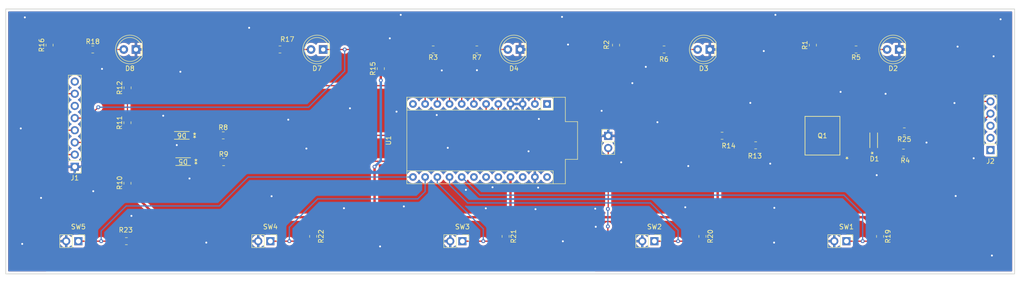
<source format=kicad_pcb>
(kicad_pcb (version 20211014) (generator pcbnew)
  (layers (0 "F.Cu" signal) (31 "B.Cu" signal) (34 "B.Paste" user) (35 "F.Paste" user) (36 "B.SilkS" user "B.Silkscreen") (37 "F.SilkS" user "F.Silkscreen") (38 "B.Mask" user) (39 "F.Mask" user) (44 "Edge.Cuts" user))
  (net 0 "")
  (net 1 "Net-(D1-Pad1)")
  (net 2 "Net-(D1-Pad2)")
  (net 3 "Net-(D2-Pad2)")
  (net 4 "Net-(D3-Pad2)")
  (net 5 "Net-(D4-Pad2)")
  (net 6 "Net-(D5-Pad1)")
  (net 7 "MESA_VCH")
  (net 8 "Net-(D6-Pad1)")
  (net 9 "Arduino_D4")
  (net 10 "Net-(D7-Pad2)")
  (net 11 "Net-(D8-Pad2)")
  (net 13 "Arduino_RX")
  (net 14 "Net-(Q1-Pad6)")
  (net 15 "Arduino_D6")
  (net 16 "Arduino_D7")
  (net 17 "Arduino_D8")
  (net 18 "Net-(J2-Pad4)")
  (net 19 "Arduino_D3")
  (net 20 "Arduino_D2")
  (net 21 "VCC")
  (net 22 "Net-(R11-Pad2)")
  (net 23 "Arduino_D10")
  (net 24 "Arduino_D16")
  (net 25 "Arduino_D14")
  (net 26 "Arduino_D15")
  (net 27 "Arduino_D18")
  (net 35 "Arduino_D5")
  (net 38 "GND")
  (net 39 "Net-(J2-Pad5)")
  (net 41 "+5V")
  (footprint "LED_THT:LED_D5.0mm" (layer "F.Cu") (at 238 59 180)
    (fp_text reference "D2" (at 1.27 -3.96) (layer "F.SilkS"))
    (fp_text value "Green 3.1")
    (pad "1" thru_hole rect (at 0 0 180) (size 1.8 1.8) (drill 0.9) (layers *.Cu *.Mask) (net 38 "GND"))
    (pad "2" thru_hole circle (at 2.54 0 180) (size 1.8 1.8) (drill 0.9) (layers *.Cu *.Mask) (net 3 "Net-(D2-Pad2)"))
  )
  (footprint "Resistor_SMD:R_0805_2012Metric" (layer "F.Cu") (at 130 63 90)
    (fp_text reference "R15" (at 0 -1.65 90) (layer "F.SilkS"))
    (fp_text value "10K")
    (pad "1" smd roundrect (at -0.9125 0 90) (size 1.025 1.4) (layers "F.Cu" "F.Paste" "F.Mask") (roundrect_rratio 0.243902) (net 21 "VCC"))
    (pad "2" smd roundrect (at 0.9125 0 90) (size 1.025 1.4) (layers "F.Cu" "F.Paste" "F.Mask") (roundrect_rratio 0.243902) (net 16 "Arduino_D7"))
  )
  (footprint "Resistor_SMD:R_0805_2012Metric" (layer "F.Cu") (at 61 58.0875 90)
    (fp_text reference "R16" (at 0 -1.65 90) (layer "F.SilkS"))
    (fp_text value "10K")
    (pad "1" smd roundrect (at -0.9125 0 90) (size 1.025 1.4) (layers "F.Cu" "F.Paste" "F.Mask") (roundrect_rratio 0.243902) (net 17 "Arduino_D8"))
    (pad "2" smd roundrect (at 0.9125 0 90) (size 1.025 1.4) (layers "F.Cu" "F.Paste" "F.Mask") (roundrect_rratio 0.243902) (net 38 "GND"))
  )
  (footprint "1N4148W-13-L:SOD123_DIO" (layer "F.Cu") (at 232.675 77.95 90)
    (fp_text reference "D1" (at -3.875 0.15 unlocked) (layer "F.SilkS"))
    (fp_text value "1N4148")
    (fp_text user "*" (at -2.6616 0 90) (layer "F.SilkS"))
    (pad "1" smd rect (at -1.725 0 90) (size 1.1112 0.6008) (layers "F.Cu" "F.Paste" "F.Mask") (net 1 "Net-(D1-Pad1)"))
    (pad "2" smd rect (at 1.725 0 90) (size 1.1112 0.6008) (layers "F.Cu" "F.Paste" "F.Mask") (net 2 "Net-(D1-Pad2)"))
  )
  (footprint "Resistor_SMD:R_0805_2012Metric" (layer "F.Cu") (at 179 58.0875 90)
    (fp_text reference "R2" (at 0.0625 -1.975 90) (layer "F.SilkS"))
    (fp_text value "10K")
    (pad "1" smd roundrect (at -0.9125 0 90) (size 1.025 1.4) (layers "F.Cu" "F.Paste" "F.Mask") (roundrect_rratio 0.243902) (net 35 "Arduino_D5"))
    (pad "2" smd roundrect (at 0.9125 0 90) (size 1.025 1.4) (layers "F.Cu" "F.Paste" "F.Mask") (roundrect_rratio 0.243902) (net 38 "GND"))
  )
  (footprint "1N4148W-13-L:SOD123_DIO" (layer "F.Cu") (at 88.55 76.925 180)
    (fp_text reference "D6" (at 0 0 180 unlocked) (layer "F.SilkS"))
    (fp_text value "1N4148")
    (fp_text user "*" (at -2.6616 0) (layer "F.SilkS"))
    (fp_text user "*" (at -2.6616 0 180 unlocked) (layer "F.SilkS"))
    (pad "1" smd rect (at -1.725 0 180) (size 1.1112 0.6008) (layers "F.Cu" "F.Paste" "F.Mask") (net 8 "Net-(D6-Pad1)"))
    (pad "2" smd rect (at 1.725 0 180) (size 1.1112 0.6008) (layers "F.Cu" "F.Paste" "F.Mask") (net 7 "MESA_VCH"))
  )
  (footprint "LED_THT:LED_D5.0mm" (layer "F.Cu") (at 118 59 180)
    (fp_text reference "D7" (at 1.27 -3.96) (layer "F.SilkS"))
    (fp_text value "Purple 3.2")
    (pad "1" thru_hole rect (at 0 0 180) (size 1.8 1.8) (drill 0.9) (layers *.Cu *.Mask) (net 16 "Arduino_D7"))
    (pad "2" thru_hole circle (at 2.54 0 180) (size 1.8 1.8) (drill 0.9) (layers *.Cu *.Mask) (net 10 "Net-(D7-Pad2)"))
  )
  (footprint "Resistor_SMD:R_0805_2012Metric" (layer "F.Cu") (at 220 58.0875 90)
    (fp_text reference "R1" (at 0 -1.65 90) (layer "F.SilkS"))
    (fp_text value "10K")
    (pad "1" smd roundrect (at -0.9125 0 90) (size 1.025 1.4) (layers "F.Cu" "F.Paste" "F.Mask") (roundrect_rratio 0.243902) (net 9 "Arduino_D4"))
    (pad "2" smd roundrect (at 0.9125 0 90) (size 1.025 1.4) (layers "F.Cu" "F.Paste" "F.Mask") (roundrect_rratio 0.243902) (net 38 "GND"))
  )
  (footprint "Connector_PinHeader_2.54mm:PinHeader_1x05_P2.54mm_Vertical" (layer "F.Cu") (at 257 80 180)
    (fp_text reference "J2" (at 0 -2.33 180) (layer "F.SilkS"))
    (fp_text value "DIN-5_180degree")
    (pad "1" thru_hole rect locked (at 0 0 180) (size 1.7 1.7) (drill 1) (layers *.Cu *.Mask))
    (pad "2" thru_hole oval locked (at 0 2.54 180) (size 1.7 1.7) (drill 1) (layers *.Cu *.Mask))
    (pad "3" thru_hole oval locked (at 0 5.08 180) (size 1.7 1.7) (drill 1) (layers *.Cu *.Mask))
    (pad "4" thru_hole oval locked (at 0 7.62 180) (size 1.7 1.7) (drill 1) (layers *.Cu *.Mask) (net 18 "Net-(J2-Pad4)"))
    (pad "5" thru_hole oval locked (at 0 10.16 180) (size 1.7 1.7) (drill 1) (layers *.Cu *.Mask) (net 39 "Net-(J2-Pad5)"))
  )
  (footprint "Resistor_SMD:R_0805_2012Metric" (layer "F.Cu") (at 208.0875 79)
    (fp_text reference "R13" (at -0.1625 2.225) (layer "F.SilkS"))
    (fp_text value "100K")
    (pad "1" smd roundrect (at -0.9125 0) (size 1.025 1.4) (layers "F.Cu" "F.Paste" "F.Mask") (roundrect_rratio 0.243902) (net 38 "GND"))
    (pad "2" smd roundrect (at 0.9125 0) (size 1.025 1.4) (layers "F.Cu" "F.Paste" "F.Mask") (roundrect_rratio 0.243902) (net 14 "Net-(Q1-Pad6)"))
  )
  (footprint "Resistor_SMD:R_0805_2012Metric" (layer "F.Cu") (at 109 59)
    (fp_text reference "R17" (at 1.525 -2.125) (layer "F.SilkS"))
    (fp_text value "R220")
    (pad "1" smd roundrect (at -0.9125 0) (size 1.025 1.4) (layers "F.Cu" "F.Paste" "F.Mask") (roundrect_rratio 0.243902) (net 21 "VCC"))
    (pad "2" smd roundrect (at 0.9125 0) (size 1.025 1.4) (layers "F.Cu" "F.Paste" "F.Mask") (roundrect_rratio 0.243902) (net 10 "Net-(D7-Pad2)"))
  )
  (footprint "Resistor_SMD:R_0805_2012Metric" (layer "F.Cu") (at 239.05 76.1 180)
    (fp_text reference "R25" (at 0 -1.65) (layer "F.SilkS"))
    (fp_text value "0R")
    (pad "1" smd roundrect locked (at -0.9125 0 180) (size 1.025 1.4) (layers "F.Cu" "F.Paste" "F.Mask") (roundrect_rratio 0.243902) (net 39 "Net-(J2-Pad5)"))
    (pad "2" smd roundrect locked (at 0.9125 0 180) (size 1.025 1.4) (layers "F.Cu" "F.Paste" "F.Mask") (roundrect_rratio 0.243902) (net 2 "Net-(D1-Pad2)"))
  )
  (footprint "Resistor_SMD:R_0805_2012Metric" (layer "F.Cu") (at 140.9125 59 180)
    (fp_text reference "R3" (at 0 -1.65) (layer "F.SilkS"))
    (fp_text value "10K")
    (pad "1" smd roundrect (at -0.9125 0 180) (size 1.025 1.4) (layers "F.Cu" "F.Paste" "F.Mask") (roundrect_rratio 0.243902) (net 15 "Arduino_D6"))
    (pad "2" smd roundrect (at 0.9125 0 180) (size 1.025 1.4) (layers "F.Cu" "F.Paste" "F.Mask") (roundrect_rratio 0.243902) (net 38 "GND"))
  )
  (footprint "Resistor_SMD:R_0805_2012Metric" (layer "F.Cu") (at 156 98 -90)
    (fp_text reference "R21" (at 0 -1.65 90) (layer "F.SilkS"))
    (fp_text value "10K")
    (pad "1" smd roundrect (at -0.9125 0 270) (size 1.025 1.4) (layers "F.Cu" "F.Paste" "F.Mask") (roundrect_rratio 0.243902) (net 21 "VCC"))
    (pad "2" smd roundrect (at 0.9125 0 270) (size 1.025 1.4) (layers "F.Cu" "F.Paste" "F.Mask") (roundrect_rratio 0.243902) (net 25 "Arduino_D14"))
  )
  (footprint "Resistor_SMD:R_0805_2012Metric" (layer "F.Cu") (at 77 99 180)
    (fp_text reference "R23" (at 0.125 2.325) (layer "F.SilkS"))
    (fp_text value "10K")
    (pad "1" smd roundrect (at -0.9125 0 180) (size 1.025 1.4) (layers "F.Cu" "F.Paste" "F.Mask") (roundrect_rratio 0.243902) (net 21 "VCC"))
    (pad "2" smd roundrect (at 0.9125 0 180) (size 1.025 1.4) (layers "F.Cu" "F.Paste" "F.Mask") (roundrect_rratio 0.243902) (net 23 "Arduino_D10"))
  )
  (footprint "Arduino:Sparkfun_Pro_Micro" (layer "F.Cu") (at 136.695 85.615 90)
    (fp_text reference "U1" (at 7.62 -5.08 90) (layer "F.SilkS"))
    (fp_text value "Sparkfun_Pro_Micro")
    (pad "1" thru_hole rect locked (at 15.24 27.94 90) (size 1.6 1.6) (drill 0.8) (layers *.Cu *.Mask))
    (pad "2" thru_hole oval locked (at 15.24 25.4 90) (size 1.6 1.6) (drill 0.8) (layers *.Cu *.Mask) (net 13 "Arduino_RX"))
    (pad "3" thru_hole oval locked (at 15.24 22.86 90) (size 1.6 1.6) (drill 0.8) (layers *.Cu *.Mask) (net 38 "GND"))
    (pad "4" thru_hole oval locked (at 15.24 20.32 90) (size 1.6 1.6) (drill 0.8) (layers *.Cu *.Mask) (net 38 "GND"))
    (pad "5" thru_hole oval locked (at 15.24 17.78 90) (size 1.6 1.6) (drill 0.8) (layers *.Cu *.Mask) (net 20 "Arduino_D2"))
    (pad "6" thru_hole oval locked (at 15.24 15.24 90) (size 1.6 1.6) (drill 0.8) (layers *.Cu *.Mask) (net 19 "Arduino_D3"))
    (pad "7" thru_hole oval locked (at 15.24 12.7 90) (size 1.6 1.6) (drill 0.8) (layers *.Cu *.Mask) (net 9 "Arduino_D4"))
    (pad "8" thru_hole oval locked (at 15.24 10.16 90) (size 1.6 1.6) (drill 0.8) (layers *.Cu *.Mask) (net 35 "Arduino_D5"))
    (pad "9" thru_hole oval locked (at 15.24 7.62 90) (size 1.6 1.6) (drill 0.8) (layers *.Cu *.Mask) (net 15 "Arduino_D6"))
    (pad "10" thru_hole oval locked (at 15.24 5.08 90) (size 1.6 1.6) (drill 0.8) (layers *.Cu *.Mask) (net 16 "Arduino_D7"))
    (pad "11" thru_hole oval locked (at 15.24 2.54 90) (size 1.6 1.6) (drill 0.8) (layers *.Cu *.Mask) (net 17 "Arduino_D8"))
    (pad "12" thru_hole oval locked (at 15.24 0 90) (size 1.6 1.6) (drill 0.8) (layers *.Cu *.Mask))
    (pad "13" thru_hole oval locked (at 0 0 90) (size 1.6 1.6) (drill 0.8) (layers *.Cu *.Mask) (net 23 "Arduino_D10"))
    (pad "14" thru_hole oval locked (at 0 2.54 90) (size 1.6 1.6) (drill 0.8) (layers *.Cu *.Mask) (net 24 "Arduino_D16"))
    (pad "15" thru_hole oval locked (at 0 5.08 90) (size 1.6 1.6) (drill 0.8) (layers *.Cu *.Mask) (net 25 "Arduino_D14"))
    (pad "16" thru_hole oval locked (at 0 7.62 90) (size 1.6 1.6) (drill 0.8) (layers *.Cu *.Mask) (net 26 "Arduino_D15"))
    (pad "17" thru_hole oval locked (at 0 10.16 90) (size 1.6 1.6) (drill 0.8) (layers *.Cu *.Mask) (net 27 "Arduino_D18"))
    (pad "18" thru_hole oval locked (at 0 12.7 90) (size 1.6 1.6) (drill 0.8) (layers *.Cu *.Mask))
    (pad "19" thru_hole oval locked (at 0 15.24 90) (size 1.6 1.6) (drill 0.8) (layers *.Cu *.Mask))
    (pad "20" thru_hole oval locked (at 0 17.78 90) (size 1.6 1.6) (drill 0.8) (layers *.Cu *.Mask))
    (pad "21" thru_hole oval locked (at 0 20.32 90) (size 1.6 1.6) (drill 0.8) (layers *.Cu *.Mask) (net 21 "VCC"))
    (pad "22" thru_hole oval locked (at 0 22.86 90) (size 1.6 1.6) (drill 0.8) (layers *.Cu *.Mask))
    (pad "23" thru_hole oval locked (at 0 25.4 90) (size 1.6 1.6) (drill 0.8) (layers *.Cu *.Mask) (net 38 "GND"))
    (pad "24" thru_hole oval locked (at 0 27.94 90) (size 1.6 1.6) (drill 0.8) (layers *.Cu *.Mask))
  )
  (footprint "Resistor_SMD:R_0805_2012Metric" (layer "F.Cu") (at 77.225 86.9125 90)
    (fp_text reference "R10" (at 0.0875 -1.625 -90) (layer "F.SilkS"))
    (fp_text value "10K")
    (pad "1" smd roundrect (at -0.9125 0 90) (size 1.025 1.4) (layers "F.Cu" "F.Paste" "F.Mask") (roundrect_rratio 0.243902) (net 21 "VCC"))
    (pad "2" smd roundrect (at 0.9125 0 90) (size 1.025 1.4) (layers "F.Cu" "F.Paste" "F.Mask") (roundrect_rratio 0.243902) (net 7 "MESA_VCH"))
  )
  (footprint "Connector_PinHeader_2.54mm:PinHeader_1x02_P2.54mm_Vertical" (layer "F.Cu") (at 147 99 -90)
    (fp_text reference "SW3" (at -3 0) (layer "F.SilkS"))
    (fp_text value "SW_Push")
    (pad "1" thru_hole rect (at 0 0 270) (size 1.7 1.7) (drill 1) (layers *.Cu *.Mask) (net 25 "Arduino_D14"))
    (pad "2" thru_hole oval (at 0 2.54 270) (size 1.7 1.7) (drill 1) (layers *.Cu *.Mask) (net 38 "GND"))
  )
  (footprint "LED_THT:LED_D5.0mm" (layer "F.Cu") (at 79 59 180)
    (fp_text reference "D8" (at 1.27 -3.96) (layer "F.SilkS"))
    (fp_text value "Blue 2.1")
    (pad "1" thru_hole rect (at 0 0 180) (size 1.8 1.8) (drill 0.9) (layers *.Cu *.Mask) (net 38 "GND"))
    (pad "2" thru_hole circle (at 2.54 0 180) (size 1.8 1.8) (drill 0.9) (layers *.Cu *.Mask) (net 11 "Net-(D8-Pad2)"))
  )
  (footprint "Resistor_SMD:R_0805_2012Metric" (layer "F.Cu") (at 97.2625 82.5)
    (fp_text reference "R9" (at 0 -1.65) (layer "F.SilkS"))
    (fp_text value "4K7")
    (pad "1" smd roundrect (at -0.9125 0) (size 1.025 1.4) (layers "F.Cu" "F.Paste" "F.Mask") (roundrect_rratio 0.243902) (net 6 "Net-(D5-Pad1)"))
    (pad "2" smd roundrect (at 0.9125 0) (size 1.025 1.4) (layers "F.Cu" "F.Paste" "F.Mask") (roundrect_rratio 0.243902) (net 20 "Arduino_D2"))
  )
  (footprint "Connector_PinHeader_2.54mm:PinHeader_1x02_P2.54mm_Vertical" (layer "F.Cu") (at 227 99 -90)
    (fp_text reference "SW1" (at -3 0) (layer "F.SilkS"))
    (fp_text value "SW_Push")
    (pad "1" thru_hole rect (at 0 0 270) (size 1.7 1.7) (drill 1) (layers *.Cu *.Mask) (net 27 "Arduino_D18"))
    (pad "2" thru_hole oval (at 0 2.54 270) (size 1.7 1.7) (drill 1) (layers *.Cu *.Mask) (net 38 "GND"))
  )
  (footprint "Connector_PinHeader_2.54mm:PinHeader_1x02_P2.54mm_Vertical" (layer "F.Cu") (at 187 99 -90)
    (fp_text reference "SW2" (at -3 0) (layer "F.SilkS"))
    (fp_text value "SW_Push")
    (pad "1" thru_hole rect (at 0 0 270) (size 1.7 1.7) (drill 1) (layers *.Cu *.Mask) (net 26 "Arduino_D15"))
    (pad "2" thru_hole oval (at 0 2.54 270) (size 1.7 1.7) (drill 1) (layers *.Cu *.Mask) (net 38 "GND"))
  )
  (footprint "LED_THT:LED_D5.0mm" (layer "F.Cu") (at 159 59 180)
    (fp_text reference "D4" (at 1.27 -3.96) (layer "F.SilkS"))
    (fp_text value "Red 2.1")
    (pad "1" thru_hole rect (at 0 0 180) (size 1.8 1.8) (drill 0.9) (layers *.Cu *.Mask) (net 38 "GND"))
    (pad "2" thru_hole circle (at 2.54 0 180) (size 1.8 1.8) (drill 0.9) (layers *.Cu *.Mask) (net 5 "Net-(D4-Pad2)"))
  )
  (footprint "Resistor_SMD:R_0805_2012Metric" (layer "F.Cu") (at 150 59 180)
    (fp_text reference "R7" (at 0 -1.65) (layer "F.SilkS"))
    (fp_text value "R220")
    (pad "1" smd roundrect (at -0.9125 0 180) (size 1.025 1.4) (layers "F.Cu" "F.Paste" "F.Mask") (roundrect_rratio 0.243902) (net 5 "Net-(D4-Pad2)"))
    (pad "2" smd roundrect (at 0.9125 0 180) (size 1.025 1.4) (layers "F.Cu" "F.Paste" "F.Mask") (roundrect_rratio 0.243902) (net 15 "Arduino_D6"))
  )
  (footprint "LED_THT:LED_D5.0mm" (layer "F.Cu") (at 198.54 59 180)
    (fp_text reference "D3" (at 1.27 -3.96) (layer "F.SilkS"))
    (fp_text value "Orange 2.1")
    (pad "1" thru_hole rect (at 0 0 180) (size 1.8 1.8) (drill 0.9) (layers *.Cu *.Mask) (net 38 "GND"))
    (pad "2" thru_hole circle (at 2.54 0 180) (size 1.8 1.8) (drill 0.9) (layers *.Cu *.Mask) (net 4 "Net-(D3-Pad2)"))
  )
  (footprint "Resistor_SMD:R_0805_2012Metric" (layer "F.Cu") (at 97.175 76.925)
    (fp_text reference "R8" (at 0 -1.65) (layer "F.SilkS"))
    (fp_text value "R470")
    (pad "1" smd roundrect (at -0.9125 0) (size 1.025 1.4) (layers "F.Cu" "F.Paste" "F.Mask") (roundrect_rratio 0.243902) (net 8 "Net-(D6-Pad1)"))
    (pad "2" smd roundrect (at 0.9125 0) (size 1.025 1.4) (layers "F.Cu" "F.Paste" "F.Mask") (roundrect_rratio 0.243902) (net 19 "Arduino_D3"))
  )
  (footprint "1N4148W-13-L:SOD123_DIO" (layer "F.Cu") (at 88.825 82.4 180)
    (fp_text reference "D5" (at 0 0 180 unlocked) (layer "F.SilkS"))
    (fp_text value "1N4148")
    (fp_text user "*" (at -2.6616 0 180 unlocked) (layer "F.SilkS"))
    (fp_text user "*" (at -2.6616 0) (layer "F.SilkS"))
    (pad "1" smd rect (at -1.725 0 180) (size 1.1112 0.6008) (layers "F.Cu" "F.Paste" "F.Mask") (net 6 "Net-(D5-Pad1)"))
    (pad "2" smd rect (at 1.725 0 180) (size 1.1112 0.6008) (layers "F.Cu" "F.Paste" "F.Mask") (net 7 "MESA_VCH"))
  )
  (footprint "Resistor_SMD:R_0805_2012Metric" (layer "F.Cu") (at 229 59 180)
    (fp_text reference "R5" (at 0 -1.65) (layer "F.SilkS"))
    (fp_text value "R220")
    (pad "1" smd roundrect (at -0.9125 0 180) (size 1.025 1.4) (layers "F.Cu" "F.Paste" "F.Mask") (roundrect_rratio 0.243902) (net 3 "Net-(D2-Pad2)"))
    (pad "2" smd roundrect (at 0.9125 0 180) (size 1.025 1.4) (layers "F.Cu" "F.Paste" "F.Mask") (roundrect_rratio 0.243902) (net 9 "Arduino_D4"))
  )
  (footprint "Resistor_SMD:R_0805_2012Metric" (layer "F.Cu") (at 238.875 80.525)
    (fp_text reference "R4" (at 0.375 1.65 -180) (layer "F.SilkS"))
    (fp_text value "R220")
    (pad "1" smd roundrect (at -0.9125 0) (size 1.025 1.4) (layers "F.Cu" "F.Paste" "F.Mask") (roundrect_rratio 0.243902) (net 1 "Net-(D1-Pad1)"))
    (pad "2" smd roundrect (at 0.9125 0) (size 1.025 1.4) (layers "F.Cu" "F.Paste" "F.Mask") (roundrect_rratio 0.243902) (net 18 "Net-(J2-Pad4)"))
  )
  (footprint "4n25-x007t:X007_VIS" (layer "F.Cu") (at 222 77 180)
    (fp_text reference "Q1" (at 0 0 unlocked) (layer "F.SilkS"))
    (fp_text value "4N25-X007T")
    (fp_text user "*" (at -5.1054 -4.3434 180 unlocked) (layer "F.SilkS"))
    (pad "1" smd rect (at -4.8514 -2.54 180) (size 1.3208 0.6604) (layers "F.Cu" "F.Paste" "F.Mask") (net 1 "Net-(D1-Pad1)"))
    (pad "2" smd rect (at -4.8514 0 180) (size 1.3208 0.6604) (layers "F.Cu" "F.Paste" "F.Mask") (net 2 "Net-(D1-Pad2)"))
    (pad "3" smd rect (at -4.8514 2.54 180) (size 1.3208 0.6604) (layers "F.Cu" "F.Paste" "F.Mask"))
    (pad "4" smd rect (at 4.8514 2.54 180) (size 1.3208 0.6604) (layers "F.Cu" "F.Paste" "F.Mask") (net 38 "GND"))
    (pad "5" smd rect (at 4.8514 0 180) (size 1.3208 0.6604) (layers "F.Cu" "F.Paste" "F.Mask") (net 13 "Arduino_RX"))
    (pad "6" smd rect (at 4.8514 -2.54 180) (size 1.3208 0.6604) (layers "F.Cu" "F.Paste" "F.Mask") (net 14 "Net-(Q1-Pad6)"))
  )
  (footprint "Resistor_SMD:R_0805_2012Metric" (layer "F.Cu") (at 234 98 -90)
    (fp_text reference "R19" (at 0 -1.65 90) (layer "F.SilkS"))
    (fp_text value "10K")
    (pad "1" smd roundrect (at -0.9125 0 270) (size 1.025 1.4) (layers "F.Cu" "F.Paste" "F.Mask") (roundrect_rratio 0.243902) (net 21 "VCC"))
    (pad "2" smd roundrect (at 0.9125 0 270) (size 1.025 1.4) (layers "F.Cu" "F.Paste" "F.Mask") (roundrect_rratio 0.243902) (net 27 "Arduino_D18"))
  )
  (footprint "Resistor_SMD:R_0805_2012Metric" (layer "F.Cu") (at 77.225 74.2875 90)
    (fp_text reference "R11" (at 0 -1.65 90) (layer "F.SilkS"))
    (fp_text value "3K3")
    (pad "1" smd roundrect (at -0.9125 0 90) (size 1.025 1.4) (layers "F.Cu" "F.Paste" "F.Mask") (roundrect_rratio 0.243902) (net 7 "MESA_VCH"))
    (pad "2" smd roundrect (at 0.9125 0 90) (size 1.025 1.4) (layers "F.Cu" "F.Paste" "F.Mask") (roundrect_rratio 0.243902) (net 22 "Net-(R11-Pad2)"))
  )
  (footprint "Resistor_SMD:R_0805_2012Metric" (layer "F.Cu") (at 197 98 -90)
    (fp_text reference "R20" (at 0 -1.65 90) (layer "F.SilkS"))
    (fp_text value "10K")
    (pad "1" smd roundrect (at -0.9125 0 270) (size 1.025 1.4) (layers "F.Cu" "F.Paste" "F.Mask") (roundrect_rratio 0.243902) (net 21 "VCC"))
    (pad "2" smd roundrect (at 0.9125 0 270) (size 1.025 1.4) (layers "F.Cu" "F.Paste" "F.Mask") (roundrect_rratio 0.243902) (net 26 "Arduino_D15"))
  )
  (footprint "Connector_PinHeader_2.54mm:PinHeader_1x02_P2.54mm_Vertical" (layer "F.Cu") (at 177.375 77.025)
    (fp_text reference "PWR")
    (fp_text value "USB PWR")
    (pad "1" thru_hole rect (at 0 0) (size 1.7 1.7) (drill 1) (layers *.Cu *.Mask) (net 26 "Arduino_D15"))
    (pad "2" thru_hole oval (at 0 2.54) (size 1.7 1.7) (drill 1) (layers *.Cu *.Mask) (net 38 "GND"))
  )
  (footprint "Resistor_SMD:R_0805_2012Metric" (layer "F.Cu") (at 115.9125 98 -90)
    (fp_text reference "R22" (at 0 -1.65 90) (layer "F.SilkS"))
    (fp_text value "10K")
    (pad "1" smd roundrect (at -0.9125 0 270) (size 1.025 1.4) (layers "F.Cu" "F.Paste" "F.Mask") (roundrect_rratio 0.243902) (net 21 "VCC"))
    (pad "2" smd roundrect (at 0.9125 0 270) (size 1.025 1.4) (layers "F.Cu" "F.Paste" "F.Mask") (roundrect_rratio 0.243902) (net 24 "Arduino_D16"))
  )
  (footprint "Resistor_SMD:R_0805_2012Metric" (layer "F.Cu") (at 70 59)
    (fp_text reference "R18" (at 0 -1.65) (layer "F.SilkS"))
    (fp_text value "R220")
    (pad "1" smd roundrect (at -0.9125 0) (size 1.025 1.4) (layers "F.Cu" "F.Paste" "F.Mask") (roundrect_rratio 0.243902) (net 17 "Arduino_D8"))
    (pad "2" smd roundrect (at 0.9125 0) (size 1.025 1.4) (layers "F.Cu" "F.Paste" "F.Mask") (roundrect_rratio 0.243902) (net 11 "Net-(D8-Pad2)"))
  )
  (footprint "Connector_PinHeader_2.54mm:PinHeader_1x02_P2.54mm_Vertical" (layer "F.Cu") (at 107 99 -90)
    (fp_text reference "SW4" (at -3 0) (layer "F.SilkS"))
    (fp_text value "SW_Push")
    (pad "1" thru_hole rect (at 0 0 270) (size 1.7 1.7) (drill 1) (layers *.Cu *.Mask) (net 24 "Arduino_D16"))
    (pad "2" thru_hole oval (at 0 2.54 270) (size 1.7 1.7) (drill 1) (layers *.Cu *.Mask) (net 38 "GND"))
  )
  (footprint "Connector_PinHeader_2.54mm:PinHeader_1x02_P2.54mm_Vertical" (layer "F.Cu") (at 67 99 -90)
    (fp_text reference "SW5" (at -3 0) (layer "F.SilkS"))
    (fp_text value "SW_Push")
    (pad "1" thru_hole rect (at 0 0 270) (size 1.7 1.7) (drill 1) (layers *.Cu *.Mask) (net 23 "Arduino_D10"))
    (pad "2" thru_hole oval (at 0 2.54 270) (size 1.7 1.7) (drill 1) (layers *.Cu *.Mask) (net 38 "GND"))
  )
  (footprint "Resistor_SMD:R_0805_2012Metric" (layer "F.Cu") (at 189 59 180)
    (fp_text reference "R6" (at 0.025 -2.05) (layer "F.SilkS"))
    (fp_text value "R220")
    (pad "1" smd roundrect (at -0.9125 0 180) (size 1.025 1.4) (layers "F.Cu" "F.Paste" "F.Mask") (roundrect_rratio 0.243902) (net 4 "Net-(D3-Pad2)"))
    (pad "2" smd roundrect (at 0.9125 0 180) (size 1.025 1.4) (layers "F.Cu" "F.Paste" "F.Mask") (roundrect_rratio 0.243902) (net 35 "Arduino_D5"))
  )
  (footprint "Resistor_SMD:R_0805_2012Metric" (layer "F.Cu") (at 77.25 67 90)
    (fp_text reference "R12" (at 0 -1.65 90) (layer "F.SilkS"))
    (fp_text value "5K23")
    (pad "1" smd roundrect (at -0.9125 0 90) (size 1.025 1.4) (layers "F.Cu" "F.Paste" "F.Mask") (roundrect_rratio 0.243902) (net 22 "Net-(R11-Pad2)"))
    (pad "2" smd roundrect (at 0.9125 0 90) (size 1.025 1.4) (layers "F.Cu" "F.Paste" "F.Mask") (roundrect_rratio 0.243902) (net 38 "GND"))
  )
  (footprint "Resistor_SMD:R_0805_2012Metric" (layer "F.Cu") (at 201.0875 77)
    (fp_text reference "R14" (at 1.3625 2.1) (layer "F.SilkS"))
    (fp_text value "3K3")
    (pad "1" smd roundrect (at -0.9125 0) (size 1.025 1.4) (layers "F.Cu" "F.Paste" "F.Mask") (roundrect_rratio 0.243902) (net 21 "VCC"))
    (pad "2" smd roundrect (at 0.9125 0) (size 1.025 1.4) (layers "F.Cu" "F.Paste" "F.Mask") (roundrect_rratio 0.243902) (net 13 "Arduino_RX"))
  )
  (footprint "Connector_PinHeader_2.54mm:PinHeader_1x08_P2.54mm_Vertical" (layer "F.Cu") (at 66.25 83.475 180)
    (fp_text reference "J1" (at 0 -2.33 180) (layer "F.SilkS"))
    (fp_text value "DIN-8")
    (pad "1" thru_hole rect locked (at 0 0 180) (size 1.7 1.7) (drill 1) (layers *.Cu *.Mask) (net 38 "GND"))
    (pad "2" thru_hole oval locked (at 0 2.54 180) (size 1.7 1.7) (drill 1) (layers *.Cu *.Mask) (net 41 "+5V"))
    (pad "3" thru_hole oval locked (at 0 5.08 180) (size 1.7 1.7) (drill 1) (layers *.Cu *.Mask) (net 7 "MESA_VCH"))
    (pad "4" thru_hole oval locked (at 0 7.62 180) (size 1.7 1.7) (drill 1) (layers *.Cu *.Mask) (net 17 "Arduino_D8"))
    (pad "5" thru_hole oval locked (at 0 10.16 180) (size 1.7 1.7) (drill 1) (layers *.Cu *.Mask) (net 16 "Arduino_D7"))
    (pad "6" thru_hole oval locked (at 0 12.7 180) (size 1.7 1.7) (drill 1) (layers *.Cu *.Mask))
    (pad "7" thru_hole oval locked (at 0 15.24 180) (size 1.7 1.7) (drill 1) (layers *.Cu *.Mask) (net 17 "Arduino_D8"))
    (pad "8" thru_hole oval locked (at 0 17.78 180) (size 1.7 1.7) (drill 1) (layers *.Cu *.Mask))
  )
  (gr_rect (start 262.025 105.825) (end 51.875 50.55) (layer "Edge.Cuts") (width 0.15) (fill none))
  (segment (start 226.8514 79.54) (end 232.54 79.54) (width 0.25) (layer "F.Cu") (net 1))
  (segment (start 232.54 79.54) (end 232.675 79.675) (width 0.25) (layer "F.Cu") (net 1))
  (segment (start 237.1125 79.675) (end 232.675 79.675) (width 0.25) (layer "F.Cu") (net 1))
  (segment (start 237.9625 80.525) (end 237.1125 79.675) (width 0.25) (layer "F.Cu") (net 1))
  (segment (start 227.6264 76.225) (end 232.675 76.225) (width 0.25) (layer "F.Cu") (net 2))
  (segment (start 238.0125 76.225) (end 232.675 76.225) (width 0.25) (layer "F.Cu") (net 2))
  (segment (start 238.1375 76.1) (end 238.0125 76.225) (width 0.25) (layer "F.Cu") (net 2))
  (segment (start 226.8514 77) (end 227.6264 76.225) (width 0.25) (layer "F.Cu") (net 2))
  (segment (start 229.9125 59) (end 235.46 59) (width 0.25) (layer "F.Cu") (net 3))
  (segment (start 196 59) (end 189.9125 59) (width 0.25) (layer "F.Cu") (net 4))
  (segment (start 156.46 59) (end 150.9125 59) (width 0.25) (layer "F.Cu") (net 5))
  (segment (start 90.55 82.4) (end 96.25 82.4) (width 0.25) (layer "F.Cu") (net 6))
  (segment (start 96.25 82.4) (end 96.35 82.5) (width 0.25) (layer "F.Cu") (net 6))
  (segment (start 76.32 78.395) (end 77.225 79.3) (width 0.25) (layer "F.Cu") (net 7))
  (segment (start 77.225 86) (end 77.225 83.275) (width 0.25) (layer "F.Cu") (net 7))
  (segment (start 77.15 83.475) (end 77.225 83.55) (width 0.25) (layer "F.Cu") (net 7))
  (segment (start 77.225 83.275) (end 77.225 79.65) (width 0.25) (layer "F.Cu") (net 7))
  (segment (start 84.2 82.4) (end 87.1 82.4) (width 0.25) (layer "F.Cu") (net 7))
  (segment (start 77.225 79.65) (end 77.225 79.3) (width 0.25) (layer "F.Cu") (net 7))
  (segment (start 83.475 76.925) (end 81.1 79.3) (width 0.25) (layer "F.Cu") (net 7))
  (segment (start 77.225 83.55) (end 77.225 83.275) (width 0.25) (layer "F.Cu") (net 7))
  (segment (start 77.225 79.3) (end 77.225 75.2) (width 0.25) (layer "F.Cu") (net 7))
  (segment (start 66.25 78.395) (end 76.32 78.395) (width 0.25) (layer "F.Cu") (net 7))
  (segment (start 77.225 79.3) (end 81.1 79.3) (width 0.25) (layer "F.Cu") (net 7))
  (segment (start 86.825 76.925) (end 83.475 76.925) (width 0.25) (layer "F.Cu") (net 7))
  (segment (start 81.1 79.3) (end 84.2 82.4) (width 0.25) (layer "F.Cu") (net 7))
  (segment (start 90.275 76.925) (end 96.2625 76.925) (width 0.25) (layer "F.Cu") (net 8))
  (segment (start 159.5 67.9) (end 150.25 67.9) (width 0.25) (layer "F.Cu") (net 9))
  (segment (start 149.395 68.755) (end 149.395 70.375) (width 0.25) (layer "F.Cu") (net 9))
  (segment (start 223.7 59) (end 220 59) (width 0.25) (layer "F.Cu") (net 9))
  (segment (start 150.25 67.9) (end 149.395 68.755) (width 0.25) (layer "F.Cu") (net 9))
  (segment (start 220.475 65.075) (end 162.325 65.075) (width 0.25) (layer "F.Cu") (net 9))
  (segment (start 228.0875 59) (end 223.7 59) (width 0.25) (layer "F.Cu") (net 9))
  (segment (start 162.325 65.075) (end 159.5 67.9) (width 0.25) (layer "F.Cu") (net 9))
  (segment (start 223.7 59) (end 223.7 61.85) (width 0.25) (layer "F.Cu") (net 9))
  (segment (start 223.7 61.85) (end 220.475 65.075) (width 0.25) (layer "F.Cu") (net 9))
  (segment (start 115.46 59) (end 109.9125 59) (width 0.25) (layer "F.Cu") (net 10))
  (segment (start 76.46 59) (end 70.9125 59) (width 0.25) (layer "F.Cu") (net 11))
  (segment (start 217.1486 77) (end 202 77) (width 0.25) (layer "F.Cu") (net 13))
  (segment (start 162.095 69.13) (end 162.095 70.375) (width 0.25) (layer "F.Cu") (net 13))
  (segment (start 164.075 67.15) (end 162.095 69.13) (width 0.25) (layer "F.Cu") (net 13))
  (segment (start 202 77) (end 202 73.1) (width 0.25) (layer "F.Cu") (net 13))
  (segment (start 202 73.1) (end 196.05 67.15) (width 0.25) (layer "F.Cu") (net 13))
  (segment (start 196.05 67.15) (end 164.075 67.15) (width 0.25) (layer "F.Cu") (net 13))
  (segment (start 217.1486 79.54) (end 209.54 79.54) (width 0.25) (layer "F.Cu") (net 14))
  (segment (start 209.54 79.54) (end 209 79) (width 0.25) (layer "F.Cu") (net 14))
  (segment (start 145.625 66.825) (end 144.315 68.135) (width 0.25) (layer "F.Cu") (net 15))
  (segment (start 145.625 59) (end 141.825 59) (width 0.25) (layer "F.Cu") (net 15))
  (segment (start 145.625 59) (end 145.625 66.825) (width 0.25) (layer "F.Cu") (net 15))
  (segment (start 149.0875 59) (end 145.625 59) (width 0.25) (layer "F.Cu") (net 15))
  (segment (start 144.315 68.135) (end 144.315 70.375) (width 0.25) (layer "F.Cu") (net 15))
  (segment (start 127.15625 59.24375) (end 134.49375 59.24375) (width 0.25) (layer "F.Cu") (net 16))
  (segment (start 122.475 59) (end 126.9125 59) (width 0.25) (layer "F.Cu") (net 16))
  (segment (start 126.9125 59) (end 127.15625 59.24375) (width 0.25) (layer "F.Cu") (net 16))
  (segment (start 127.15625 59.24375) (end 130 62.0875) (width 0.25) (layer "F.Cu") (net 16))
  (segment (start 66.25 73.315) (end 68.885 73.315) (width 0.25) (layer "F.Cu") (net 16))
  (segment (start 141.775 66.525) (end 141.775 70.375) (width 0.25) (layer "F.Cu") (net 16))
  (segment (start 134.49375 59.24375) (end 141.775 66.525) (width 0.25) (layer "F.Cu") (net 16))
  (segment (start 68.885 73.315) (end 71.15 71.05) (width 0.25) (layer "F.Cu") (net 16))
  (segment (start 118 59) (end 122.475 59) (width 0.25) (layer "F.Cu") (net 16))
  (via (at 122.475 59) (size 0.8) (drill 0.4) (layers "F.Cu" "B.Cu") (net 16))
  (via (at 71.15 71.05) (size 0.8) (drill 0.4) (layers "F.Cu" "B.Cu") (net 16))
  (segment (start 122.2 63.8) (end 114.95 71.05) (width 0.25) (layer "B.Cu") (net 16))
  (segment (start 114.95 71.05) (end 71.15 71.05) (width 0.25) (layer "B.Cu") (net 16))
  (segment (start 122.475 59) (end 122.475 63.525) (width 0.25) (layer "B.Cu") (net 16))
  (segment (start 122.475 63.525) (end 122.2 63.8) (width 0.25) (layer "B.Cu") (net 16))
  (segment (start 62.525 74.375) (end 62.525 69.55) (width 0.25) (layer "F.Cu") (net 17))
  (segment (start 64.575 59) (end 63.525 59) (width 0.25) (layer "F.Cu") (net 17))
  (segment (start 69.0875 59) (end 64.575 59) (width 0.25) (layer "F.Cu") (net 17))
  (segment (start 139.235 68.685) (end 139.235 70.375) (width 0.25) (layer "F.Cu") (net 17))
  (segment (start 66.25 75.855) (end 64.005 75.855) (width 0.25) (layer "F.Cu") (net 17))
  (segment (start 63.225 67.62) (end 63.225 59.2) (width 0.25) (layer "F.Cu") (net 17))
  (segment (start 63.225 59.2) (end 63.425 59) (width 0.25) (layer "F.Cu") (net 17))
  (segment (start 63.525 59) (end 61 59) (width 0.25) (layer "F.Cu") (net 17))
  (segment (start 63.425 59) (end 63.525 59) (width 0.25) (layer "F.Cu") (net 17))
  (segment (start 63.84 68.235) (end 63.225 67.62) (width 0.25) (layer "F.Cu") (net 17))
  (segment (start 64.005 75.855) (end 62.525 74.375) (width 0.25) (layer "F.Cu") (net 17))
  (segment (start 90 52.75) (end 103.8 66.55) (width 0.25) (layer "F.Cu") (net 17))
  (segment (start 137.1 66.55) (end 139.235 68.685) (width 0.25) (layer "F.Cu") (net 17))
  (segment (start 72.075 52.75) (end 90 52.75) (width 0.25) (layer "F.Cu") (net 17))
  (segment (start 65.825 59) (end 72.075 52.75) (width 0.25) (layer "F.Cu") (net 17))
  (segment (start 62.525 69.55) (end 63.84 68.235) (width 0.25) (layer "F.Cu") (net 17))
  (segment (start 63.84 68.235) (end 66.25 68.235) (width 0.25) (layer "F.Cu") (net 17))
  (segment (start 64.575 59) (end 65.825 59) (width 0.25) (layer "F.Cu") (net 17))
  (segment (start 103.8 66.55) (end 137.1 66.55) (width 0.25) (layer "F.Cu") (net 17))
  (segment (start 248.855 80.525) (end 257 72.38) (width 0.25) (layer "F.Cu") (net 18))
  (segment (start 239.7875 80.525) (end 248.855 80.525) (width 0.25) (layer "F.Cu") (net 18))
  (segment (start 139.2 74.325) (end 137.75 75.775) (width 0.25) (layer "F.Cu") (net 19))
  (segment (start 151.935 70.375) (end 151.935 72.99) (width 0.25) (layer "F.Cu") (net 19))
  (segment (start 136.7 76.875) (end 136.6 76.975) (width 0.25) (layer "F.Cu") (net 19))
  (segment (start 137.75 75.825) (end 136.7 76.875) (width 0.25) (layer "F.Cu") (net 19))
  (segment (start 150.6 74.325) (end 139.2 74.325) (width 0.25) (layer "F.Cu") (net 19))
  (segment (start 136.65 76.925) (end 136.7 76.875) (width 0.25) (layer "F.Cu") (net 19))
  (segment (start 137.75 75.775) (end 137.75 75.825) (width 0.25) (layer "F.Cu") (net 19))
  (segment (start 151.935 72.99) (end 150.6 74.325) (width 0.25) (layer "F.Cu") (net 19))
  (segment (start 98.0875 76.925) (end 136.65 76.925) (width 0.25) (layer "F.Cu") (net 19))
  (segment (start 132.725 82.325) (end 98.35 82.325) (width 0.25) (layer "F.Cu") (net 20))
  (segment (start 154.475 70.375) (end 154.475 71.9) (width 0.25) (layer "F.Cu") (net 20))
  (segment (start 154.475 71.9) (end 151.325 75.05) (width 0.25) (layer "F.Cu") (net 20))
  (segment (start 151.325 75.05) (end 140 75.05) (width 0.25) (layer "F.Cu") (net 20))
  (segment (start 140 75.05) (end 132.725 82.325) (width 0.25) (layer "F.Cu") (net 20))
  (segment (start 98.35 82.325) (end 98.175 82.5) (width 0.25) (layer "F.Cu") (net 20))
  (segment (start 114 94) (end 111 94) (width 0.5) (layer "F.Cu") (net 21))
  (segment (start 156 94) (end 128.525 94) (width 0.5) (layer "F.Cu") (net 21))
  (segment (start 157.015 93.135) (end 156.15 94) (width 0.5) (layer "F.Cu") (net 21))
  (segment (start 108.0875 54.3875) (end 108.35 54.125) (width 0.5) (layer "F.Cu") (net 21))
  (segment (start 200.175 77) (end 200.175 90.825) (width 0.5) (layer "F.Cu") (net 21))
  (segment (start 108.0875 59) (end 108.0875 54.3875) (width 0.5) (layer "F.Cu") (net 21))
  (segment (start 82.925 93.525) (end 82.925 94) (width 0.5) (layer "F.Cu") (net 21))
  (segment (start 200.175 90.825) (end 197 94) (width 0.5) (layer "F.Cu") (net 21))
  (segment (start 130 63.9125) (end 130 65.45) (width 0.5) (layer "F.Cu") (net 21))
  (segment (start 231.9 95.25) (end 230.65 94) (width 0.5) (layer "F.Cu") (net 21))
  (segment (start 108.35 54.125) (end 256.775 54.125) (width 0.5) (layer "F.Cu") (net 21))
  (segment (start 116 94) (end 114 94) (width 0.5) (layer "F.Cu") (net 21))
  (segment (start 197 94) (end 197 97.0875) (width 0.5) (layer "F.Cu") (net 21))
  (segment (start 156.15 94) (end 197 94) (width 0.5) (layer "F.Cu") (net 21))
  (segment (start 116 94) (end 116 97) (width 0.5) (layer "F.Cu") (net 21))
  (segment (start 116 97) (end 115.9125 97.0875) (width 0.25) (layer "F.Cu") (net 21))
  (segment (start 128.7 83.475) (end 128.7 93.825) (width 0.5) (layer "F.Cu") (net 21))
  (segment (start 111 94) (end 107 94) (width 0.5) (layer "F.Cu") (net 21))
  (segment (start 82.9125 94) (end 80.85625 96.05625) (width 0.5) (layer "F.Cu") (net 21))
  (segment (start 157.015 85.615) (end 157.015 93.135) (width 0.5) (layer "F.Cu") (net 21))
  (segment (start 128.7 93.825) (end 128.525 94) (width 0.5) (layer "F.Cu") (net 21))
  (segment (start 80.85625 96.05625) (end 77.9125 99) (width 0.5) (layer "F.Cu") (net 21))
  (segment (start 128.525 94) (end 116 94) (width 0.5) (layer "F.Cu") (net 21))
  (segment (start 259.425 95.25) (end 231.9 95.25) (width 0.5) (layer "F.Cu") (net 21))
  (segment (start 77.225 87.825) (end 82.925 93.525) (width 0.5) (layer "F.Cu") (net 21))
  (segment (start 259.975 94.7) (end 259.425 95.25) (width 0.5) (layer "F.Cu") (net 21))
  (segment (start 156 94) (end 156 97.0875) (width 0.5) (layer "F.Cu") (net 21))
  (segment (start 259.975 57.325) (end 259.975 94.7) (width 0.5) (layer "F.Cu") (net 21))
  (segment (start 230.65 94) (end 230.9125 94) (width 0.5) (layer "F.Cu") (net 21))
  (segment (start 230.9125 94) (end 234 97.0875) (width 0.5) (layer "F.Cu") (net 21))
  (segment (start 82.925 94) (end 82.9125 94) (width 0.5) (layer "F.Cu") (net 21))
  (segment (start 107 94) (end 82.925 94) (width 0.5) (layer "F.Cu") (net 21))
  (segment (start 256.775 54.125) (end 259.975 57.325) (width 0.5) (layer "F.Cu") (net 21))
  (segment (start 156 94) (end 156.15 94) (width 0.5) (layer "F.Cu") (net 21))
  (segment (start 197 94) (end 230.65 94) (width 0.5) (layer "F.Cu") (net 21))
  (via (at 130 65.45) (size 0.8) (drill 0.4) (layers "F.Cu" "B.Cu") (net 21))
  (via (at 128.7 83.475) (size 0.8) (drill 0.4) (layers "F.Cu" "B.Cu") (net 21))
  (segment (start 130 82.175) (end 128.7 83.475) (width 0.5) (layer "B.Cu") (net 21))
  (segment (start 130 65.45) (end 130 82.175) (width 0.5) (layer "B.Cu") (net 21))
  (segment (start 77.225 73.375) (end 77.225 67.9375) (width 0.25) (layer "F.Cu") (net 22))
  (segment (start 77.225 67.9375) (end 77.25 67.9125) (width 0.25) (layer "F.Cu") (net 22))
  (segment (start 67 99) (end 71.75 99) (width 0.25) (layer "F.Cu") (net 23))
  (segment (start 71.75 99) (end 76.0875 99) (width 0.25) (layer "F.Cu") (net 23))
  (via (at 71.75 99) (size 0.8) (drill 0.4) (layers "F.Cu" "B.Cu") (net 23))
  (segment (start 71.75 96.875) (end 76.975 91.65) (width 0.25) (layer "B.Cu") (net 23))
  (segment (start 102.385 85.615) (end 136.695 85.615) (width 0.25) (layer "B.Cu") (net 23))
  (segment (start 76.975 91.65) (end 96.35 91.65) (width 0.25) (layer "B.Cu") (net 23))
  (segment (start 71.75 99) (end 71.75 96.875) (width 0.25) (layer "B.Cu") (net 23))
  (segment (start 96.35 91.65) (end 102.385 85.615) (width 0.25) (layer "B.Cu") (net 23))
  (segment (start 110.95 99) (end 115.825 99) (width 0.25) (layer "F.Cu") (net 24))
  (segment (start 107 99) (end 110.95 99) (width 0.25) (layer "F.Cu") (net 24))
  (segment (start 115.825 99) (end 115.9125 98.9125) (width 0.25) (layer "F.Cu") (net 24))
  (via (at 110.95 99) (size 0.8) (drill 0.4) (layers "F.Cu" "B.Cu") (net 24))
  (segment (start 137.7 90.175) (end 139.235 88.64) (width 0.25) (layer "B.Cu") (net 24))
  (segment (start 116.85 90.175) (end 137.7 90.175) (width 0.25) (layer "B.Cu") (net 24))
  (segment (start 139.235 88.64) (end 139.235 85.615) (width 0.25) (layer "B.Cu") (net 24))
  (segment (start 110.95 99) (end 110.95 96.075) (width 0.25) (layer "B.Cu") (net 24))
  (segment (start 110.95 96.075) (end 116.85 90.175) (width 0.25) (layer "B.Cu") (net 24))
  (segment (start 151.35 99) (end 155.9125 99) (width 0.25) (layer "F.Cu") (net 25))
  (segment (start 147 99) (end 151.35 99) (width 0.25) (layer "F.Cu") (net 25))
  (segment (start 155.9125 99) (end 156 98.9125) (width 0.25) (layer "F.Cu") (net 25))
  (via (at 151.35 99) (size 0.8) (drill 0.4) (layers "F.Cu" "B.Cu") (net 25))
  (segment (start 151.35 96.425) (end 141.775 86.85) (width 0.25) (layer "B.Cu") (net 25))
  (segment (start 141.775 86.85) (end 141.775 85.615) (width 0.25) (layer "B.Cu") (net 25))
  (segment (start 151.35 99) (end 151.35 96.425) (width 0.25) (layer "B.Cu") (net 25))
  (segment (start 191.925 99) (end 196.9125 99) (width 0.25) (layer "F.Cu") (net 26))
  (segment (start 187 99) (end 191.925 99) (width 0.25) (layer "F.Cu") (net 26))
  (segment (start 196.9125 99) (end 197 98.9125) (width 0.25) (layer "F.Cu") (net 26))
  (via (at 191.925 99) (size 0.8) (drill 0.4) (layers "F.Cu" "B.Cu") (net 26))
  (segment (start 148.075 91.025) (end 144.315 87.265) (width 0.25) (layer "B.Cu") (net 26))
  (segment (start 144.315 87.265) (end 144.315 85.615) (width 0.25) (layer "B.Cu") (net 26))
  (segment (start 186.175 91.025) (end 148.075 91.025) (width 0.25) (layer "B.Cu") (net 26))
  (segment (start 191.925 96.775) (end 186.175 91.025) (width 0.25) (layer "B.Cu") (net 26))
  (segment (start 191.925 99) (end 191.925 96.775) (width 0.25) (layer "B.Cu") (net 26))
  (segment (start 230.375 99) (end 233.9125 99) (width 0.25) (layer "F.Cu") (net 27))
  (segment (start 227 99) (end 230.375 99) (width 0.25) (layer "F.Cu") (net 27))
  (segment (start 233.9125 99) (end 234 98.9125) (width 0.25) (layer "F.Cu") (net 27))
  (via (at 230.375 99) (size 0.8) (drill 0.4) (layers "F.Cu" "B.Cu") (net 27))
  (segment (start 146.855 85.615) (end 150.64 89.4) (width 0.25) (layer "B.Cu") (net 27))
  (segment (start 150.64 89.4) (end 226.475 89.4) (width 0.25) (layer "B.Cu") (net 27))
  (segment (start 230.375 93.3) (end 230.375 99) (width 0.25) (layer "B.Cu") (net 27))
  (segment (start 226.475 89.4) (end 230.375 93.3) (width 0.25) (layer "B.Cu") (net 27))
  (segment (start 146.855 70.375) (end 146.855 69.095) (width 0.25) (layer "F.Cu") (net 35))
  (segment (start 188.0875 59) (end 181.775 59) (width 0.25) (layer "F.Cu") (net 35))
  (segment (start 179.75 63.275) (end 181.775 61.25) (width 0.25) (layer "F.Cu") (net 35))
  (segment (start 159.325 66.325) (end 162.375 63.275) (width 0.25) (layer "F.Cu") (net 35))
  (segment (start 181.775 59) (end 179 59) (width 0.25) (layer "F.Cu") (net 35))
  (segment (start 181.775 61.25) (end 181.775 59) (width 0.25) (layer "F.Cu") (net 35))
  (segment (start 162.375 63.275) (end 179.75 63.275) (width 0.25) (layer "F.Cu") (net 35))
  (segment (start 149.625 66.325) (end 159.325 66.325) (width 0.25) (layer "F.Cu") (net 35))
  (segment (start 146.855 69.095) (end 149.625 66.325) (width 0.25) (layer "F.Cu") (net 35))
  (segment (start 177.3 101.525) (end 177.3 95.925) (width 0.25) (layer "F.Cu") (net 38))
  (segment (start 177.3 92.275) (end 177.375 92.2) (width 0.25) (layer "F.Cu") (net 38))
  (segment (start 177.05 101.775) (end 177.3 101.525) (width 0.25) (layer "F.Cu") (net 38))
  (segment (start 174.2 104.625) (end 177.05 101.775) (width 0.25) (layer "F.Cu") (net 38))
  (segment (start 66.25 80.935) (end 58.59 80.935) (width 0.25) (layer "F.Cu") (net 38))
  (segment (start 60.7 104.625) (end 174.2 104.625) (width 0.25) (layer "F.Cu") (net 38))
  (segment (start 177.375 92.2) (end 177.375 79.565) (width 0.25) (layer "F.Cu") (net 38))
  (segment (start 56.25 100.175) (end 60.7 104.625) (width 0.25) (layer "F.Cu") (net 38))
  (segment (start 56.25 83.275) (end 56.25 100.175) (width 0.25) (layer "F.Cu") (net 38))
  (segment (start 58.59 80.935) (end 56.25 83.275) (width 0.25) (layer "F.Cu") (net 38))
  (via (at 182.4 66.025) (size 0.8) (drill 0.4) (layers "F.Cu" "B.Cu") (net 38))
  (via (at 257.65 60.425) (size 0.8) (drill 0.4) (layers "F.Cu" "B.Cu") (net 38))
  (via (at 212.2 51.775) (size 0.8) (drill 0.4) (layers "F.Cu" "B.Cu") (net 38))
  (via (at 143.95 79.525) (size 0.8) (drill 0.4) (layers "F.Cu" "B.Cu") (net 38))
  (via (at 55.85 52.3) (size 0.8) (drill 0.4) (layers "F.Cu" "B.Cu") (net 38))
  (via (at 180.075 82.55) (size 0.8) (drill 0.4) (layers "F.Cu" "B.Cu") (net 38))
  (via (at 243.675 78.425) (size 0.8) (drill 0.4) (layers "F.Cu" "B.Cu") (net 38))
  (via (at 129.85 100.1) (size 0.8) (drill 0.4) (layers "F.Cu" "B.Cu") (net 38))
  (via (at 174.775 96) (size 0.8) (drill 0.4) (layers "F.Cu" "B.Cu") (net 38))
  (via (at 162.775 87.825) (size 0.8) (drill 0.4) (layers "F.Cu" "B.Cu") (net 38))
  (via (at 123.575 71.275) (size 0.8) (drill 0.4) (layers "F.Cu" "B.Cu") (net 38))
  (via (at 211.975 92.05) (size 0.8) (drill 0.4) (layers "F.Cu" "B.Cu") (net 38))
  (via (at 59.225 89.975) (size 0.8) (drill 0.4) (layers "F.Cu" "B.Cu") (net 38))
  (via (at 90.15 85.925) (size 0.8) (drill 0.4) (layers "F.Cu" "B.Cu") (net 38))
  (via (at 211.925 99.3) (size 0.8) (drill 0.4) (layers "F.Cu" "B.Cu") (net 38))
  (via (at 176 71.8) (size 0.8) (drill 0.4) (layers "F.Cu" "B.Cu") (net 38))
  (via (at 162.925 73.5) (size 0.8) (drill 0.4) (layers "F.Cu" "B.Cu") (net 38))
  (via (at 169 57.975) (size 0.8) (drill 0.4) (layers "F.Cu" "B.Cu") (net 38))
  (via (at 71.925 63.05) (size 0.8) (drill 0.4) (layers "F.Cu" "B.Cu") (net 38))
  (via (at 131.875 56.675) (size 0.8) (drill 0.4) (layers "F.Cu" "B.Cu") (net 38))
  (via (at 150.025 63.325) (size 0.8) (drill 0.4) (layers "F.Cu" "B.Cu") (net 38))
  (via (at 211.125 82.825) (size 0.8) (drill 0.4) (layers "F.Cu" "B.Cu") (net 38))
  (via (at 250.15 58.4) (size 0.8) (drill 0.4) (layers "F.Cu" "B.Cu") (net 38))
  (via (at 167.925 99.025) (size 0.8) (drill 0.4) (layers "F.Cu" "B.Cu") (net 38))
  (via (at 177.3 92.275) (size 0.8) (drill 0.4) (layers "F.Cu" "B.Cu") (net 38))
  (via (at 110.725 73.65) (size 0.8) (drill 0.4) (layers "F.Cu" "B.Cu") (net 38))
  (via (at 55.3 99.575) (size 0.8) (drill 0.4) (layers "F.Cu" "B.Cu") (net 38))
  (via (at 235.15 68.25) (size 0.8) (drill 0.4) (layers "F.Cu" "B.Cu") (net 38))
  (via (at 114.5 79.675) (size 0.8) (drill 0.4) (layers "F.Cu" "B.Cu") (net 38))
  (via (at 259.1 52.7) (size 0.8) (drill 0.4) (layers "F.Cu" "B.Cu") (net 38))
  (via (at 187.625 74.175) (size 0.8) (drill 0.4) (layers "F.Cu" "B.Cu") (net 38))
  (via (at 122.325 92.125) (size 0.8) (drill 0.4) (layers "F.Cu" "B.Cu") (net 38))
  (via (at 55 75.475) (size 0.8) (drill 0.4) (layers "F.Cu" "B.Cu") (net 38))
  (via (at 225.775 67.85) (size 0.8) (drill 0.4) (layers "F.Cu" "B.Cu") (net 38))
  (via (at 209.775 59.325) (size 0.8) (drill 0.4) (layers "F.Cu" "B.Cu") (net 38))
  (via (at 233.3 85.225) (size 0.8) (drill 0.4) (layers "F.Cu" "B.Cu") (net 38))
  (via (at 147.725 88.3) (size 0.8) (drill 0.4) (layers "F.Cu" "B.Cu") (net 38))
  (via (at 87.5 78.95) (size 0.8) (drill 0.4) (layers "F.Cu" "B.Cu") (net 38))
  (via (at 93.65 99.3) (size 0.8) (drill 0.4) (layers "F.Cu" "B.Cu") (net 38))
  (via (at 151.875 92.15) (size 0.8) (drill 0.4) (layers "F.Cu" "B.Cu") (net 38))
  (via (at 134.15 51.775) (size 0.8) (drill 0.4) (layers "F.Cu" "B.Cu") (net 38))
  (via (at 153.275 87.75) (size 0.8) (drill 0.4) (layers "F.Cu" "B.Cu") (net 38))
  (via (at 206.975 70.15) (size 0.8) (drill 0.4) (layers "F.Cu" "B.Cu") (net 38))
  (via (at 78.05 93.725) (size 0.8) (drill 0.4) (layers "F.Cu" "B.Cu") (net 38))
  (via (at 167.75 52.2) (size 0.8) (drill 0.4) (layers "F.Cu" "B.Cu") (net 38))
  (via (at 133.275 71.975) (size 0.8) (drill 0.4) (layers "F.Cu" "B.Cu") (net 38))
  (via (at 194.05 83.325) (size 0.8) (drill 0.4) (layers "F.Cu" "B.Cu") (net 38))
  (via (at 162.225 92.325) (size 0.8) (drill 0.4) (layers "F.Cu" "B.Cu") (net 38))
  (via (at 174.675 92.225) (size 0.8) (drill 0.4) (layers "F.Cu" "B.Cu") (net 38))
  (via (at 257.3 102) (size 0.8) (drill 0.4) (layers "F.Cu" "B.Cu") (net 38))
  (via (at 141.65 72.675) (size 0.8) (drill 0.4) (layers "F.Cu" "B.Cu") (net 38))
  (via (at 134.8 91.75) (size 0.8) (drill 0.4) (layers "F.Cu" "B.Cu") (net 38))
  (via (at 160.775 80.25) (size 0.8) (drill 0.4) (layers "F.Cu" "B.Cu") (net 38))
  (via (at 107.25 89.625) (size 0.8) (drill 0.4) (layers "F.Cu" "B.Cu") (net 38))
  (via (at 177.3 95.925) (size 0.8) (drill 0.4) (layers "F.Cu" "B.Cu") (net 38))
  (via (at 249.75 89.575) (size 0.8) (drill 0.4) (layers "F.Cu" "B.Cu") (net 38))
  (via (at 185.2 62.625) (size 0.8) (drill 0.4) (layers "F.Cu" "B.Cu") (net 38))
  (via (at 249.5 70.175) (size 0.8) (drill 0.4) (layers "F.Cu" "B.Cu") (net 38))
  (via (at 70.1 88.575) (size 0.8) (drill 0.4) (layers "F.Cu" "B.Cu") (net 38))
  (via (at 84.675 72.825) (size 0.8) (drill 0.4) (layers "F.Cu" "B.Cu") (net 38))
  (via (at 88.25 63.65) (size 0.8) (drill 0.4) (layers "F.Cu" "B.Cu") (net 38))
  (via (at 193.425 91.925) (size 0.8) (drill 0.4) (layers "F.Cu" "B.Cu") (net 38))
  (via (at 142.7 63.375) (size 0.8) (drill 0.4) (layers "F.Cu" "B.Cu") (net 38))
  (via (at 102.575 54.475) (size 0.8) (drill 0.4) (layers "F.Cu" "B.Cu") (net 38))
  (via (at 253.5 81.7) (size 0.8) (drill 0.4) (layers "F.Cu" "B.Cu") (net 38))
  (segment (start 177.3 95.925) (end 177.3 92.275) (width 0.25) (layer "B.Cu") (net 38))
  (segment (start 254.085 69.84) (end 247.825 76.1) (width 0.25) (layer "F.Cu") (net 39))
  (segment (start 257 69.84) (end 254.085 69.84) (width 0.25) (layer "F.Cu") (net 39))
  (segment (start 247.825 76.1) (end 239.9625 76.1) (width 0.25) (layer "F.Cu") (net 39))
  (zone (net 38) (net_name "GND") (layers F&B.Cu) (connect_pads (clearance 0.508)) (min_thickness 0.254) (fill yes (thermal_gap 0.508) (thermal_bridge_width 0.508))
    (polygon (pts (xy 264 107.275) (xy 50.675 106.9) (xy 50.85 49.7) (xy 263.775 48.675)))
  )
)
</source>
